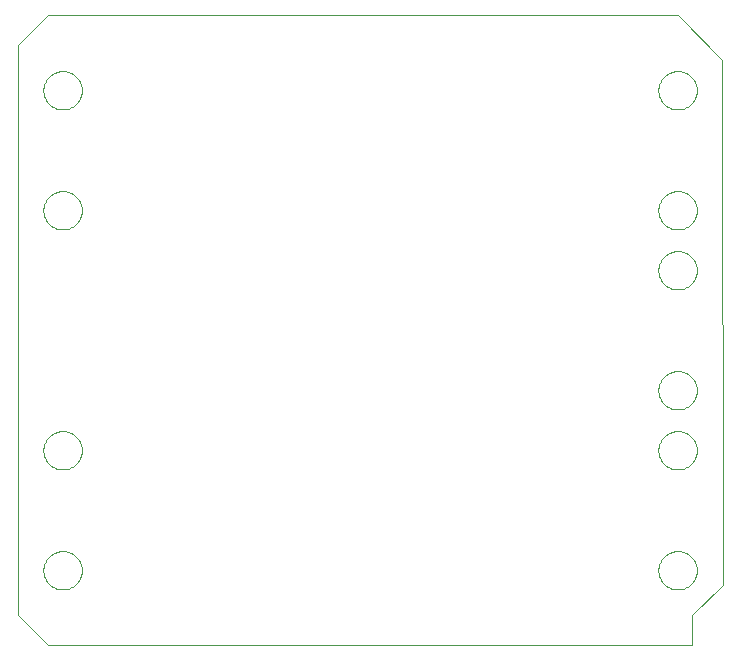
<source format=gko>
G75*
%MOIN*%
%OFA0B0*%
%FSLAX24Y24*%
%IPPOS*%
%LPD*%
%AMOC8*
5,1,8,0,0,1.08239X$1,22.5*
%
%ADD10C,0.0000*%
D10*
X006252Y001150D02*
X006252Y020150D01*
X006752Y020646D01*
X006748Y020646D01*
X007252Y021150D01*
X028127Y021150D01*
X028256Y021146D01*
X029747Y019646D01*
X029752Y002150D01*
X028747Y001145D01*
X028747Y000150D01*
X007252Y000150D01*
X006252Y001150D01*
X007112Y002650D02*
X007114Y002700D01*
X007120Y002750D01*
X007130Y002799D01*
X007143Y002848D01*
X007161Y002895D01*
X007182Y002941D01*
X007206Y002984D01*
X007234Y003026D01*
X007265Y003066D01*
X007299Y003103D01*
X007336Y003137D01*
X007376Y003168D01*
X007418Y003196D01*
X007461Y003220D01*
X007507Y003241D01*
X007554Y003259D01*
X007603Y003272D01*
X007652Y003282D01*
X007702Y003288D01*
X007752Y003290D01*
X007802Y003288D01*
X007852Y003282D01*
X007901Y003272D01*
X007950Y003259D01*
X007997Y003241D01*
X008043Y003220D01*
X008086Y003196D01*
X008128Y003168D01*
X008168Y003137D01*
X008205Y003103D01*
X008239Y003066D01*
X008270Y003026D01*
X008298Y002984D01*
X008322Y002941D01*
X008343Y002895D01*
X008361Y002848D01*
X008374Y002799D01*
X008384Y002750D01*
X008390Y002700D01*
X008392Y002650D01*
X008390Y002600D01*
X008384Y002550D01*
X008374Y002501D01*
X008361Y002452D01*
X008343Y002405D01*
X008322Y002359D01*
X008298Y002316D01*
X008270Y002274D01*
X008239Y002234D01*
X008205Y002197D01*
X008168Y002163D01*
X008128Y002132D01*
X008086Y002104D01*
X008043Y002080D01*
X007997Y002059D01*
X007950Y002041D01*
X007901Y002028D01*
X007852Y002018D01*
X007802Y002012D01*
X007752Y002010D01*
X007702Y002012D01*
X007652Y002018D01*
X007603Y002028D01*
X007554Y002041D01*
X007507Y002059D01*
X007461Y002080D01*
X007418Y002104D01*
X007376Y002132D01*
X007336Y002163D01*
X007299Y002197D01*
X007265Y002234D01*
X007234Y002274D01*
X007206Y002316D01*
X007182Y002359D01*
X007161Y002405D01*
X007143Y002452D01*
X007130Y002501D01*
X007120Y002550D01*
X007114Y002600D01*
X007112Y002650D01*
X007112Y006650D02*
X007114Y006700D01*
X007120Y006750D01*
X007130Y006799D01*
X007143Y006848D01*
X007161Y006895D01*
X007182Y006941D01*
X007206Y006984D01*
X007234Y007026D01*
X007265Y007066D01*
X007299Y007103D01*
X007336Y007137D01*
X007376Y007168D01*
X007418Y007196D01*
X007461Y007220D01*
X007507Y007241D01*
X007554Y007259D01*
X007603Y007272D01*
X007652Y007282D01*
X007702Y007288D01*
X007752Y007290D01*
X007802Y007288D01*
X007852Y007282D01*
X007901Y007272D01*
X007950Y007259D01*
X007997Y007241D01*
X008043Y007220D01*
X008086Y007196D01*
X008128Y007168D01*
X008168Y007137D01*
X008205Y007103D01*
X008239Y007066D01*
X008270Y007026D01*
X008298Y006984D01*
X008322Y006941D01*
X008343Y006895D01*
X008361Y006848D01*
X008374Y006799D01*
X008384Y006750D01*
X008390Y006700D01*
X008392Y006650D01*
X008390Y006600D01*
X008384Y006550D01*
X008374Y006501D01*
X008361Y006452D01*
X008343Y006405D01*
X008322Y006359D01*
X008298Y006316D01*
X008270Y006274D01*
X008239Y006234D01*
X008205Y006197D01*
X008168Y006163D01*
X008128Y006132D01*
X008086Y006104D01*
X008043Y006080D01*
X007997Y006059D01*
X007950Y006041D01*
X007901Y006028D01*
X007852Y006018D01*
X007802Y006012D01*
X007752Y006010D01*
X007702Y006012D01*
X007652Y006018D01*
X007603Y006028D01*
X007554Y006041D01*
X007507Y006059D01*
X007461Y006080D01*
X007418Y006104D01*
X007376Y006132D01*
X007336Y006163D01*
X007299Y006197D01*
X007265Y006234D01*
X007234Y006274D01*
X007206Y006316D01*
X007182Y006359D01*
X007161Y006405D01*
X007143Y006452D01*
X007130Y006501D01*
X007120Y006550D01*
X007114Y006600D01*
X007112Y006650D01*
X007112Y014650D02*
X007114Y014700D01*
X007120Y014750D01*
X007130Y014799D01*
X007143Y014848D01*
X007161Y014895D01*
X007182Y014941D01*
X007206Y014984D01*
X007234Y015026D01*
X007265Y015066D01*
X007299Y015103D01*
X007336Y015137D01*
X007376Y015168D01*
X007418Y015196D01*
X007461Y015220D01*
X007507Y015241D01*
X007554Y015259D01*
X007603Y015272D01*
X007652Y015282D01*
X007702Y015288D01*
X007752Y015290D01*
X007802Y015288D01*
X007852Y015282D01*
X007901Y015272D01*
X007950Y015259D01*
X007997Y015241D01*
X008043Y015220D01*
X008086Y015196D01*
X008128Y015168D01*
X008168Y015137D01*
X008205Y015103D01*
X008239Y015066D01*
X008270Y015026D01*
X008298Y014984D01*
X008322Y014941D01*
X008343Y014895D01*
X008361Y014848D01*
X008374Y014799D01*
X008384Y014750D01*
X008390Y014700D01*
X008392Y014650D01*
X008390Y014600D01*
X008384Y014550D01*
X008374Y014501D01*
X008361Y014452D01*
X008343Y014405D01*
X008322Y014359D01*
X008298Y014316D01*
X008270Y014274D01*
X008239Y014234D01*
X008205Y014197D01*
X008168Y014163D01*
X008128Y014132D01*
X008086Y014104D01*
X008043Y014080D01*
X007997Y014059D01*
X007950Y014041D01*
X007901Y014028D01*
X007852Y014018D01*
X007802Y014012D01*
X007752Y014010D01*
X007702Y014012D01*
X007652Y014018D01*
X007603Y014028D01*
X007554Y014041D01*
X007507Y014059D01*
X007461Y014080D01*
X007418Y014104D01*
X007376Y014132D01*
X007336Y014163D01*
X007299Y014197D01*
X007265Y014234D01*
X007234Y014274D01*
X007206Y014316D01*
X007182Y014359D01*
X007161Y014405D01*
X007143Y014452D01*
X007130Y014501D01*
X007120Y014550D01*
X007114Y014600D01*
X007112Y014650D01*
X007112Y018650D02*
X007114Y018700D01*
X007120Y018750D01*
X007130Y018799D01*
X007143Y018848D01*
X007161Y018895D01*
X007182Y018941D01*
X007206Y018984D01*
X007234Y019026D01*
X007265Y019066D01*
X007299Y019103D01*
X007336Y019137D01*
X007376Y019168D01*
X007418Y019196D01*
X007461Y019220D01*
X007507Y019241D01*
X007554Y019259D01*
X007603Y019272D01*
X007652Y019282D01*
X007702Y019288D01*
X007752Y019290D01*
X007802Y019288D01*
X007852Y019282D01*
X007901Y019272D01*
X007950Y019259D01*
X007997Y019241D01*
X008043Y019220D01*
X008086Y019196D01*
X008128Y019168D01*
X008168Y019137D01*
X008205Y019103D01*
X008239Y019066D01*
X008270Y019026D01*
X008298Y018984D01*
X008322Y018941D01*
X008343Y018895D01*
X008361Y018848D01*
X008374Y018799D01*
X008384Y018750D01*
X008390Y018700D01*
X008392Y018650D01*
X008390Y018600D01*
X008384Y018550D01*
X008374Y018501D01*
X008361Y018452D01*
X008343Y018405D01*
X008322Y018359D01*
X008298Y018316D01*
X008270Y018274D01*
X008239Y018234D01*
X008205Y018197D01*
X008168Y018163D01*
X008128Y018132D01*
X008086Y018104D01*
X008043Y018080D01*
X007997Y018059D01*
X007950Y018041D01*
X007901Y018028D01*
X007852Y018018D01*
X007802Y018012D01*
X007752Y018010D01*
X007702Y018012D01*
X007652Y018018D01*
X007603Y018028D01*
X007554Y018041D01*
X007507Y018059D01*
X007461Y018080D01*
X007418Y018104D01*
X007376Y018132D01*
X007336Y018163D01*
X007299Y018197D01*
X007265Y018234D01*
X007234Y018274D01*
X007206Y018316D01*
X007182Y018359D01*
X007161Y018405D01*
X007143Y018452D01*
X007130Y018501D01*
X007120Y018550D01*
X007114Y018600D01*
X007112Y018650D01*
X027612Y018650D02*
X027614Y018700D01*
X027620Y018750D01*
X027630Y018799D01*
X027643Y018848D01*
X027661Y018895D01*
X027682Y018941D01*
X027706Y018984D01*
X027734Y019026D01*
X027765Y019066D01*
X027799Y019103D01*
X027836Y019137D01*
X027876Y019168D01*
X027918Y019196D01*
X027961Y019220D01*
X028007Y019241D01*
X028054Y019259D01*
X028103Y019272D01*
X028152Y019282D01*
X028202Y019288D01*
X028252Y019290D01*
X028302Y019288D01*
X028352Y019282D01*
X028401Y019272D01*
X028450Y019259D01*
X028497Y019241D01*
X028543Y019220D01*
X028586Y019196D01*
X028628Y019168D01*
X028668Y019137D01*
X028705Y019103D01*
X028739Y019066D01*
X028770Y019026D01*
X028798Y018984D01*
X028822Y018941D01*
X028843Y018895D01*
X028861Y018848D01*
X028874Y018799D01*
X028884Y018750D01*
X028890Y018700D01*
X028892Y018650D01*
X028890Y018600D01*
X028884Y018550D01*
X028874Y018501D01*
X028861Y018452D01*
X028843Y018405D01*
X028822Y018359D01*
X028798Y018316D01*
X028770Y018274D01*
X028739Y018234D01*
X028705Y018197D01*
X028668Y018163D01*
X028628Y018132D01*
X028586Y018104D01*
X028543Y018080D01*
X028497Y018059D01*
X028450Y018041D01*
X028401Y018028D01*
X028352Y018018D01*
X028302Y018012D01*
X028252Y018010D01*
X028202Y018012D01*
X028152Y018018D01*
X028103Y018028D01*
X028054Y018041D01*
X028007Y018059D01*
X027961Y018080D01*
X027918Y018104D01*
X027876Y018132D01*
X027836Y018163D01*
X027799Y018197D01*
X027765Y018234D01*
X027734Y018274D01*
X027706Y018316D01*
X027682Y018359D01*
X027661Y018405D01*
X027643Y018452D01*
X027630Y018501D01*
X027620Y018550D01*
X027614Y018600D01*
X027612Y018650D01*
X027612Y014650D02*
X027614Y014700D01*
X027620Y014750D01*
X027630Y014799D01*
X027643Y014848D01*
X027661Y014895D01*
X027682Y014941D01*
X027706Y014984D01*
X027734Y015026D01*
X027765Y015066D01*
X027799Y015103D01*
X027836Y015137D01*
X027876Y015168D01*
X027918Y015196D01*
X027961Y015220D01*
X028007Y015241D01*
X028054Y015259D01*
X028103Y015272D01*
X028152Y015282D01*
X028202Y015288D01*
X028252Y015290D01*
X028302Y015288D01*
X028352Y015282D01*
X028401Y015272D01*
X028450Y015259D01*
X028497Y015241D01*
X028543Y015220D01*
X028586Y015196D01*
X028628Y015168D01*
X028668Y015137D01*
X028705Y015103D01*
X028739Y015066D01*
X028770Y015026D01*
X028798Y014984D01*
X028822Y014941D01*
X028843Y014895D01*
X028861Y014848D01*
X028874Y014799D01*
X028884Y014750D01*
X028890Y014700D01*
X028892Y014650D01*
X028890Y014600D01*
X028884Y014550D01*
X028874Y014501D01*
X028861Y014452D01*
X028843Y014405D01*
X028822Y014359D01*
X028798Y014316D01*
X028770Y014274D01*
X028739Y014234D01*
X028705Y014197D01*
X028668Y014163D01*
X028628Y014132D01*
X028586Y014104D01*
X028543Y014080D01*
X028497Y014059D01*
X028450Y014041D01*
X028401Y014028D01*
X028352Y014018D01*
X028302Y014012D01*
X028252Y014010D01*
X028202Y014012D01*
X028152Y014018D01*
X028103Y014028D01*
X028054Y014041D01*
X028007Y014059D01*
X027961Y014080D01*
X027918Y014104D01*
X027876Y014132D01*
X027836Y014163D01*
X027799Y014197D01*
X027765Y014234D01*
X027734Y014274D01*
X027706Y014316D01*
X027682Y014359D01*
X027661Y014405D01*
X027643Y014452D01*
X027630Y014501D01*
X027620Y014550D01*
X027614Y014600D01*
X027612Y014650D01*
X027612Y012650D02*
X027614Y012700D01*
X027620Y012750D01*
X027630Y012799D01*
X027643Y012848D01*
X027661Y012895D01*
X027682Y012941D01*
X027706Y012984D01*
X027734Y013026D01*
X027765Y013066D01*
X027799Y013103D01*
X027836Y013137D01*
X027876Y013168D01*
X027918Y013196D01*
X027961Y013220D01*
X028007Y013241D01*
X028054Y013259D01*
X028103Y013272D01*
X028152Y013282D01*
X028202Y013288D01*
X028252Y013290D01*
X028302Y013288D01*
X028352Y013282D01*
X028401Y013272D01*
X028450Y013259D01*
X028497Y013241D01*
X028543Y013220D01*
X028586Y013196D01*
X028628Y013168D01*
X028668Y013137D01*
X028705Y013103D01*
X028739Y013066D01*
X028770Y013026D01*
X028798Y012984D01*
X028822Y012941D01*
X028843Y012895D01*
X028861Y012848D01*
X028874Y012799D01*
X028884Y012750D01*
X028890Y012700D01*
X028892Y012650D01*
X028890Y012600D01*
X028884Y012550D01*
X028874Y012501D01*
X028861Y012452D01*
X028843Y012405D01*
X028822Y012359D01*
X028798Y012316D01*
X028770Y012274D01*
X028739Y012234D01*
X028705Y012197D01*
X028668Y012163D01*
X028628Y012132D01*
X028586Y012104D01*
X028543Y012080D01*
X028497Y012059D01*
X028450Y012041D01*
X028401Y012028D01*
X028352Y012018D01*
X028302Y012012D01*
X028252Y012010D01*
X028202Y012012D01*
X028152Y012018D01*
X028103Y012028D01*
X028054Y012041D01*
X028007Y012059D01*
X027961Y012080D01*
X027918Y012104D01*
X027876Y012132D01*
X027836Y012163D01*
X027799Y012197D01*
X027765Y012234D01*
X027734Y012274D01*
X027706Y012316D01*
X027682Y012359D01*
X027661Y012405D01*
X027643Y012452D01*
X027630Y012501D01*
X027620Y012550D01*
X027614Y012600D01*
X027612Y012650D01*
X027612Y008650D02*
X027614Y008700D01*
X027620Y008750D01*
X027630Y008799D01*
X027643Y008848D01*
X027661Y008895D01*
X027682Y008941D01*
X027706Y008984D01*
X027734Y009026D01*
X027765Y009066D01*
X027799Y009103D01*
X027836Y009137D01*
X027876Y009168D01*
X027918Y009196D01*
X027961Y009220D01*
X028007Y009241D01*
X028054Y009259D01*
X028103Y009272D01*
X028152Y009282D01*
X028202Y009288D01*
X028252Y009290D01*
X028302Y009288D01*
X028352Y009282D01*
X028401Y009272D01*
X028450Y009259D01*
X028497Y009241D01*
X028543Y009220D01*
X028586Y009196D01*
X028628Y009168D01*
X028668Y009137D01*
X028705Y009103D01*
X028739Y009066D01*
X028770Y009026D01*
X028798Y008984D01*
X028822Y008941D01*
X028843Y008895D01*
X028861Y008848D01*
X028874Y008799D01*
X028884Y008750D01*
X028890Y008700D01*
X028892Y008650D01*
X028890Y008600D01*
X028884Y008550D01*
X028874Y008501D01*
X028861Y008452D01*
X028843Y008405D01*
X028822Y008359D01*
X028798Y008316D01*
X028770Y008274D01*
X028739Y008234D01*
X028705Y008197D01*
X028668Y008163D01*
X028628Y008132D01*
X028586Y008104D01*
X028543Y008080D01*
X028497Y008059D01*
X028450Y008041D01*
X028401Y008028D01*
X028352Y008018D01*
X028302Y008012D01*
X028252Y008010D01*
X028202Y008012D01*
X028152Y008018D01*
X028103Y008028D01*
X028054Y008041D01*
X028007Y008059D01*
X027961Y008080D01*
X027918Y008104D01*
X027876Y008132D01*
X027836Y008163D01*
X027799Y008197D01*
X027765Y008234D01*
X027734Y008274D01*
X027706Y008316D01*
X027682Y008359D01*
X027661Y008405D01*
X027643Y008452D01*
X027630Y008501D01*
X027620Y008550D01*
X027614Y008600D01*
X027612Y008650D01*
X027612Y006650D02*
X027614Y006700D01*
X027620Y006750D01*
X027630Y006799D01*
X027643Y006848D01*
X027661Y006895D01*
X027682Y006941D01*
X027706Y006984D01*
X027734Y007026D01*
X027765Y007066D01*
X027799Y007103D01*
X027836Y007137D01*
X027876Y007168D01*
X027918Y007196D01*
X027961Y007220D01*
X028007Y007241D01*
X028054Y007259D01*
X028103Y007272D01*
X028152Y007282D01*
X028202Y007288D01*
X028252Y007290D01*
X028302Y007288D01*
X028352Y007282D01*
X028401Y007272D01*
X028450Y007259D01*
X028497Y007241D01*
X028543Y007220D01*
X028586Y007196D01*
X028628Y007168D01*
X028668Y007137D01*
X028705Y007103D01*
X028739Y007066D01*
X028770Y007026D01*
X028798Y006984D01*
X028822Y006941D01*
X028843Y006895D01*
X028861Y006848D01*
X028874Y006799D01*
X028884Y006750D01*
X028890Y006700D01*
X028892Y006650D01*
X028890Y006600D01*
X028884Y006550D01*
X028874Y006501D01*
X028861Y006452D01*
X028843Y006405D01*
X028822Y006359D01*
X028798Y006316D01*
X028770Y006274D01*
X028739Y006234D01*
X028705Y006197D01*
X028668Y006163D01*
X028628Y006132D01*
X028586Y006104D01*
X028543Y006080D01*
X028497Y006059D01*
X028450Y006041D01*
X028401Y006028D01*
X028352Y006018D01*
X028302Y006012D01*
X028252Y006010D01*
X028202Y006012D01*
X028152Y006018D01*
X028103Y006028D01*
X028054Y006041D01*
X028007Y006059D01*
X027961Y006080D01*
X027918Y006104D01*
X027876Y006132D01*
X027836Y006163D01*
X027799Y006197D01*
X027765Y006234D01*
X027734Y006274D01*
X027706Y006316D01*
X027682Y006359D01*
X027661Y006405D01*
X027643Y006452D01*
X027630Y006501D01*
X027620Y006550D01*
X027614Y006600D01*
X027612Y006650D01*
X027612Y002650D02*
X027614Y002700D01*
X027620Y002750D01*
X027630Y002799D01*
X027643Y002848D01*
X027661Y002895D01*
X027682Y002941D01*
X027706Y002984D01*
X027734Y003026D01*
X027765Y003066D01*
X027799Y003103D01*
X027836Y003137D01*
X027876Y003168D01*
X027918Y003196D01*
X027961Y003220D01*
X028007Y003241D01*
X028054Y003259D01*
X028103Y003272D01*
X028152Y003282D01*
X028202Y003288D01*
X028252Y003290D01*
X028302Y003288D01*
X028352Y003282D01*
X028401Y003272D01*
X028450Y003259D01*
X028497Y003241D01*
X028543Y003220D01*
X028586Y003196D01*
X028628Y003168D01*
X028668Y003137D01*
X028705Y003103D01*
X028739Y003066D01*
X028770Y003026D01*
X028798Y002984D01*
X028822Y002941D01*
X028843Y002895D01*
X028861Y002848D01*
X028874Y002799D01*
X028884Y002750D01*
X028890Y002700D01*
X028892Y002650D01*
X028890Y002600D01*
X028884Y002550D01*
X028874Y002501D01*
X028861Y002452D01*
X028843Y002405D01*
X028822Y002359D01*
X028798Y002316D01*
X028770Y002274D01*
X028739Y002234D01*
X028705Y002197D01*
X028668Y002163D01*
X028628Y002132D01*
X028586Y002104D01*
X028543Y002080D01*
X028497Y002059D01*
X028450Y002041D01*
X028401Y002028D01*
X028352Y002018D01*
X028302Y002012D01*
X028252Y002010D01*
X028202Y002012D01*
X028152Y002018D01*
X028103Y002028D01*
X028054Y002041D01*
X028007Y002059D01*
X027961Y002080D01*
X027918Y002104D01*
X027876Y002132D01*
X027836Y002163D01*
X027799Y002197D01*
X027765Y002234D01*
X027734Y002274D01*
X027706Y002316D01*
X027682Y002359D01*
X027661Y002405D01*
X027643Y002452D01*
X027630Y002501D01*
X027620Y002550D01*
X027614Y002600D01*
X027612Y002650D01*
M02*

</source>
